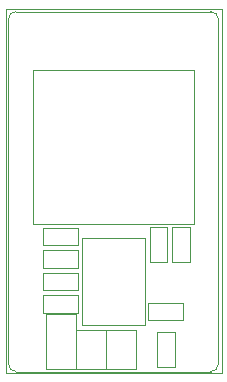
<source format=gbr>
%TF.GenerationSoftware,KiCad,Pcbnew,5.1.5+dfsg1-2~bpo10+1*%
%TF.CreationDate,Date%
%TF.ProjectId,ProMicro_LOG,50726f4d-6963-4726-9f5f-4c4f472e6b69,v1.1*%
%TF.SameCoordinates,Original*%
%TF.FileFunction,Other,User*%
%FSLAX45Y45*%
G04 Gerber Fmt 4.5, Leading zero omitted, Abs format (unit mm)*
G04 Created by KiCad*
%MOMM*%
%LPD*%
G04 APERTURE LIST*
%ADD10C,0.100000*%
%ADD11C,0.050000*%
G04 APERTURE END LIST*
D10*
X-1587500Y2921000D02*
G75*
G03X-1651000Y2857500I0J-63500D01*
G01*
X127000Y2857500D02*
G75*
G03X63500Y2921000I-63500J0D01*
G01*
X63500Y-127000D02*
G75*
G03X127000Y-63500I0J63500D01*
G01*
X-1651000Y-63500D02*
G75*
G03X-1587500Y-127000I63500J0D01*
G01*
X-1651000Y2857500D02*
X-1651000Y-63500D01*
X63500Y2921000D02*
X-1587500Y2921000D01*
X127000Y-63500D02*
X127000Y2857500D01*
X-1587500Y-127000D02*
X63500Y-127000D01*
D11*
X-1674000Y2944000D02*
X156000Y2944000D01*
X-1674000Y2944000D02*
X-1674000Y-136000D01*
X156000Y-136000D02*
X156000Y2944000D01*
X156000Y-136000D02*
X-1674000Y-136000D01*
X-390500Y-84500D02*
X-390500Y211500D01*
X-244500Y-84500D02*
X-390500Y-84500D01*
X-244500Y211500D02*
X-244500Y-84500D01*
X-390500Y211500D02*
X-244500Y211500D01*
X-1058500Y943000D02*
X-1354500Y943000D01*
X-1058500Y1089000D02*
X-1058500Y943000D01*
X-1354500Y1089000D02*
X-1058500Y1089000D01*
X-1354500Y943000D02*
X-1354500Y1089000D01*
X-1081500Y357000D02*
X-1081500Y-103000D01*
X-1081500Y357000D02*
X-1331500Y357000D01*
X-1331500Y-103000D02*
X-1081500Y-103000D01*
X-1331500Y-103000D02*
X-1331500Y357000D01*
X-308000Y1100500D02*
X-308000Y804500D01*
X-454000Y1100500D02*
X-308000Y1100500D01*
X-454000Y804500D02*
X-454000Y1100500D01*
X-308000Y804500D02*
X-454000Y804500D01*
X-117500Y1100500D02*
X-117500Y804500D01*
X-263500Y1100500D02*
X-117500Y1100500D01*
X-263500Y804500D02*
X-263500Y1100500D01*
X-117500Y804500D02*
X-263500Y804500D01*
X-1058500Y752500D02*
X-1354500Y752500D01*
X-1058500Y898500D02*
X-1058500Y752500D01*
X-1354500Y898500D02*
X-1058500Y898500D01*
X-1354500Y752500D02*
X-1354500Y898500D01*
X-1058500Y562000D02*
X-1354500Y562000D01*
X-1058500Y708000D02*
X-1058500Y562000D01*
X-1354500Y708000D02*
X-1058500Y708000D01*
X-1354500Y562000D02*
X-1354500Y708000D01*
X-1058500Y371500D02*
X-1354500Y371500D01*
X-1058500Y517500D02*
X-1058500Y371500D01*
X-1354500Y517500D02*
X-1058500Y517500D01*
X-1354500Y371500D02*
X-1354500Y517500D01*
X-465500Y454000D02*
X-169500Y454000D01*
X-465500Y308000D02*
X-465500Y454000D01*
X-169500Y308000D02*
X-465500Y308000D01*
X-169500Y454000D02*
X-169500Y308000D01*
X-1077500Y-101500D02*
X-1077500Y228500D01*
X-1077500Y-101500D02*
X-827500Y-101500D01*
X-827500Y228500D02*
X-1077500Y228500D01*
X-827500Y228500D02*
X-827500Y-101500D01*
X-823500Y-101500D02*
X-823500Y228500D01*
X-823500Y-101500D02*
X-573500Y-101500D01*
X-573500Y228500D02*
X-823500Y228500D01*
X-573500Y228500D02*
X-573500Y-101500D01*
X-1032000Y1005000D02*
X-1032000Y265000D01*
X-492000Y1005000D02*
X-1032000Y1005000D01*
X-492000Y265000D02*
X-492000Y1005000D01*
X-1032000Y265000D02*
X-492000Y265000D01*
X-78000Y2428000D02*
X-78000Y1123000D01*
X-1446000Y2428000D02*
X-78000Y2428000D01*
X-1446000Y1123000D02*
X-1446000Y2428000D01*
X-78000Y1123000D02*
X-1446000Y1123000D01*
M02*

</source>
